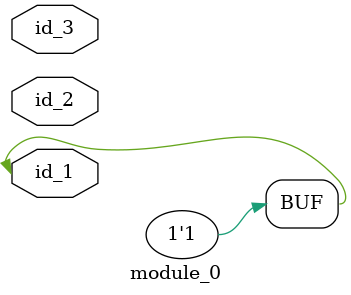
<source format=v>
`timescale 1ps / 1ps
module module_0 (
    id_1,
    id_2,
    id_3
);
  input id_3;
  inout id_2;
  inout id_1;
  assign id_2[1] = 1;
  assign id_2 = id_2;
  assign id_1 = 1;
endmodule

</source>
